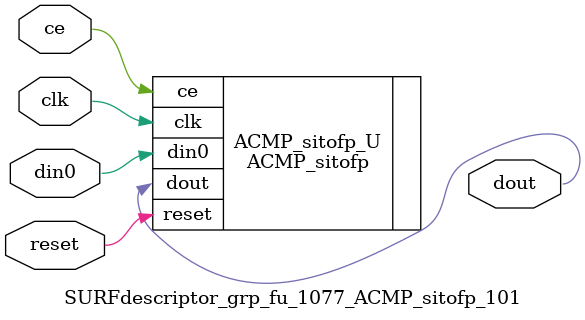
<source format=v>

`timescale 1 ns / 1 ps
module SURFdescriptor_grp_fu_1077_ACMP_sitofp_101(
    clk,
    reset,
    ce,
    din0,
    dout);

parameter ID = 32'd1;
parameter NUM_STAGE = 32'd1;
parameter din0_WIDTH = 32'd1;
parameter dout_WIDTH = 32'd1;
input clk;
input reset;
input ce;
input[din0_WIDTH - 1:0] din0;
output[dout_WIDTH - 1:0] dout;



ACMP_sitofp #(
.ID( ID ),
.NUM_STAGE( 4 ),
.din0_WIDTH( din0_WIDTH ),
.dout_WIDTH( dout_WIDTH ))
ACMP_sitofp_U(
    .clk( clk ),
    .reset( reset ),
    .ce( ce ),
    .din0( din0 ),
    .dout( dout ));

endmodule

</source>
